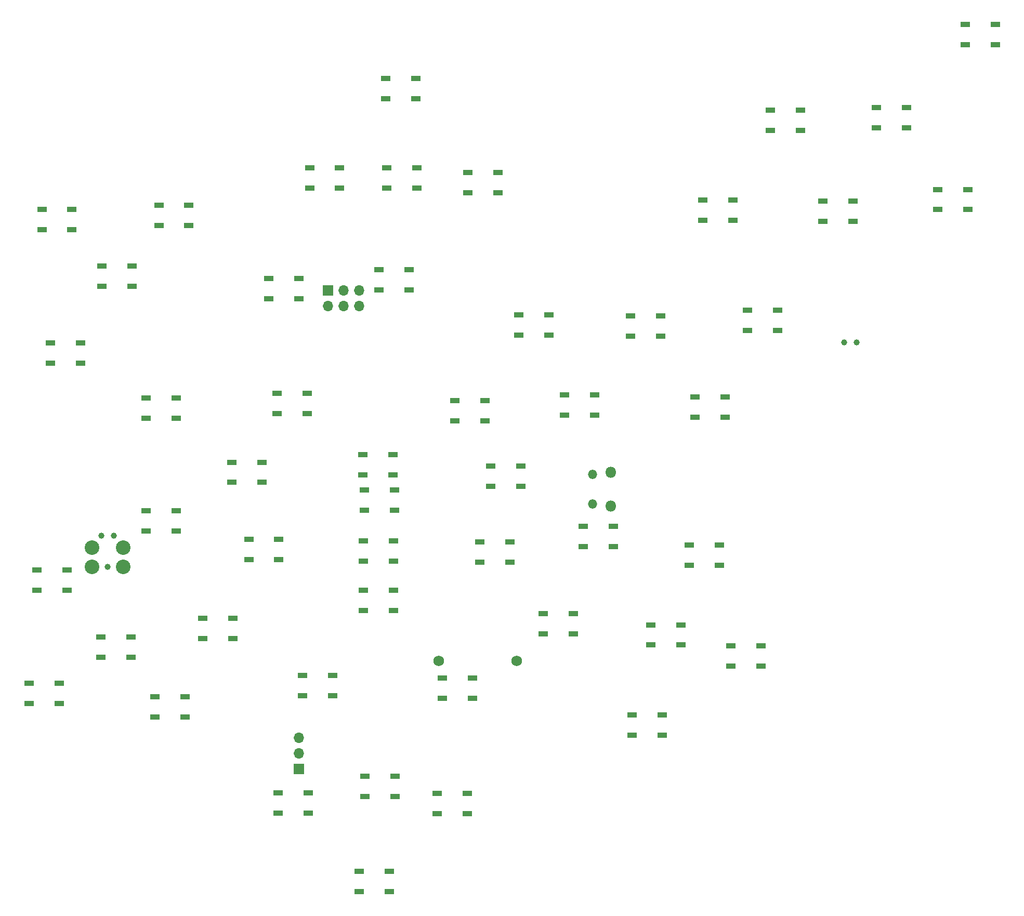
<source format=gbr>
%TF.GenerationSoftware,KiCad,Pcbnew,7.0.9*%
%TF.CreationDate,2023-12-28T12:53:37-06:00*%
%TF.ProjectId,bsidesPR,62736964-6573-4505-922e-6b696361645f,rev?*%
%TF.SameCoordinates,Original*%
%TF.FileFunction,Soldermask,Top*%
%TF.FilePolarity,Negative*%
%FSLAX46Y46*%
G04 Gerber Fmt 4.6, Leading zero omitted, Abs format (unit mm)*
G04 Created by KiCad (PCBNEW 7.0.9) date 2023-12-28 12:53:37*
%MOMM*%
%LPD*%
G01*
G04 APERTURE LIST*
%ADD10C,1.000000*%
%ADD11R,1.500000X0.900000*%
%ADD12R,1.700000X1.700000*%
%ADD13O,1.700000X1.700000*%
%ADD14O,1.800000X1.800000*%
%ADD15O,1.500000X1.500000*%
%ADD16C,2.374900*%
%ADD17C,0.990600*%
%ADD18C,1.734000*%
G04 APERTURE END LIST*
D10*
%TO.C,REF\u002A\u002A*%
X170328000Y-86975500D03*
%TD*%
%TO.C,*%
X170328000Y-86975500D03*
%TD*%
%TO.C,REF\u002A\u002A*%
X168303000Y-86975500D03*
%TD*%
D11*
%TO.C,D4*%
X47400000Y-74500000D03*
X47400000Y-77800000D03*
X52300000Y-77800000D03*
X52300000Y-74500000D03*
%TD*%
%TO.C,D5*%
X74600000Y-76600000D03*
X74600000Y-79900000D03*
X79500000Y-79900000D03*
X79500000Y-76600000D03*
%TD*%
%TO.C,D35*%
X145300000Y-63750000D03*
X145300000Y-67050000D03*
X150200000Y-67050000D03*
X150200000Y-63750000D03*
%TD*%
%TO.C,D44*%
X125820000Y-116968000D03*
X125820000Y-120268000D03*
X130720000Y-120268000D03*
X130720000Y-116968000D03*
%TD*%
%TO.C,D27*%
X90250000Y-157650000D03*
X90250000Y-160950000D03*
X95150000Y-160950000D03*
X95150000Y-157650000D03*
%TD*%
%TO.C,D33*%
X144050000Y-95850000D03*
X144050000Y-99150000D03*
X148950000Y-99150000D03*
X148950000Y-95850000D03*
%TD*%
%TO.C,D26*%
X80100000Y-141250000D03*
X80100000Y-144550000D03*
X85000000Y-144550000D03*
X85000000Y-141250000D03*
%TD*%
%TO.C,D49*%
X124200000Y-134450000D03*
X124200000Y-131150000D03*
X119300000Y-131150000D03*
X119300000Y-134450000D03*
%TD*%
%TO.C,D9*%
X71350000Y-119050000D03*
X71350000Y-122350000D03*
X76250000Y-122350000D03*
X76250000Y-119050000D03*
%TD*%
%TO.C,D2*%
X37650000Y-65350000D03*
X37650000Y-68650000D03*
X42550000Y-68650000D03*
X42550000Y-65350000D03*
%TD*%
%TO.C,D25*%
X90050000Y-127350000D03*
X90050000Y-130650000D03*
X94950000Y-130650000D03*
X94950000Y-127350000D03*
%TD*%
%TO.C,D12*%
X56050000Y-144750000D03*
X56050000Y-148050000D03*
X60950000Y-148050000D03*
X60950000Y-144750000D03*
%TD*%
%TO.C,D13*%
X47250000Y-134950000D03*
X47250000Y-138250000D03*
X52150000Y-138250000D03*
X52150000Y-134950000D03*
%TD*%
%TO.C,D32*%
X122800000Y-95550000D03*
X122800000Y-98850000D03*
X127700000Y-98850000D03*
X127700000Y-95550000D03*
%TD*%
%TO.C,D23*%
X90150000Y-111050000D03*
X90150000Y-114350000D03*
X95050000Y-114350000D03*
X95050000Y-111050000D03*
%TD*%
%TO.C,D43*%
X108950000Y-119500000D03*
X108950000Y-122800000D03*
X113850000Y-122800000D03*
X113850000Y-119500000D03*
%TD*%
%TO.C,D11*%
X35550000Y-142550000D03*
X35550000Y-145850000D03*
X40450000Y-145850000D03*
X40450000Y-142550000D03*
%TD*%
%TO.C,D31*%
X115300000Y-82500000D03*
X115300000Y-85800000D03*
X120200000Y-85800000D03*
X120200000Y-82500000D03*
%TD*%
%TO.C,D10*%
X36850000Y-124050000D03*
X36850000Y-127350000D03*
X41750000Y-127350000D03*
X41750000Y-124050000D03*
%TD*%
%TO.C,D14*%
X63850000Y-131950000D03*
X63850000Y-135250000D03*
X68750000Y-135250000D03*
X68750000Y-131950000D03*
%TD*%
%TO.C,D47*%
X136850000Y-133000000D03*
X136850000Y-136300000D03*
X141750000Y-136300000D03*
X141750000Y-133000000D03*
%TD*%
%TO.C,D40*%
X164850000Y-63950000D03*
X164850000Y-67250000D03*
X169750000Y-67250000D03*
X169750000Y-63950000D03*
%TD*%
%TO.C,D8*%
X54600000Y-114450000D03*
X54600000Y-117750000D03*
X59500000Y-117750000D03*
X59500000Y-114450000D03*
%TD*%
%TO.C,D21*%
X104950000Y-96450000D03*
X104950000Y-99750000D03*
X109850000Y-99750000D03*
X109850000Y-96450000D03*
%TD*%
%TO.C,D16*%
X93650000Y-43950000D03*
X93650000Y-47250000D03*
X98550000Y-47250000D03*
X98550000Y-43950000D03*
%TD*%
%TO.C,D17*%
X107000000Y-59300000D03*
X107000000Y-62600000D03*
X111900000Y-62600000D03*
X111900000Y-59300000D03*
%TD*%
%TO.C,D24*%
X90050000Y-119350000D03*
X90050000Y-122650000D03*
X94950000Y-122650000D03*
X94950000Y-119350000D03*
%TD*%
%TO.C,D28*%
X76150000Y-160350000D03*
X76150000Y-163650000D03*
X81050000Y-163650000D03*
X81050000Y-160350000D03*
%TD*%
%TO.C,D42*%
X110750000Y-107150000D03*
X110750000Y-110450000D03*
X115650000Y-110450000D03*
X115650000Y-107150000D03*
%TD*%
%TO.C,D1*%
X39050000Y-87050000D03*
X39050000Y-90350000D03*
X43950000Y-90350000D03*
X43950000Y-87050000D03*
%TD*%
%TO.C,D34*%
X152550000Y-81750000D03*
X152550000Y-85050000D03*
X157450000Y-85050000D03*
X157450000Y-81750000D03*
%TD*%
%TO.C,D48*%
X149850000Y-136450000D03*
X149850000Y-139750000D03*
X154750000Y-139750000D03*
X154750000Y-136450000D03*
%TD*%
%TO.C,D7*%
X68600000Y-106500000D03*
X68600000Y-109800000D03*
X73500000Y-109800000D03*
X73500000Y-106500000D03*
%TD*%
%TO.C,D50*%
X138650000Y-151000000D03*
X138650000Y-147700000D03*
X133750000Y-147700000D03*
X133750000Y-151000000D03*
%TD*%
%TO.C,D37*%
X173550000Y-48750000D03*
X173550000Y-52050000D03*
X178450000Y-52050000D03*
X178450000Y-48750000D03*
%TD*%
%TO.C,D6*%
X54650000Y-96050000D03*
X54650000Y-99350000D03*
X59550000Y-99350000D03*
X59550000Y-96050000D03*
%TD*%
%TO.C,D41*%
X133550000Y-82650000D03*
X133550000Y-85950000D03*
X138450000Y-85950000D03*
X138450000Y-82650000D03*
%TD*%
%TO.C,D18*%
X93850000Y-58550000D03*
X93850000Y-61850000D03*
X98750000Y-61850000D03*
X98750000Y-58550000D03*
%TD*%
%TO.C,D30*%
X102050000Y-160450000D03*
X102050000Y-163750000D03*
X106950000Y-163750000D03*
X106950000Y-160450000D03*
%TD*%
%TO.C,D46*%
X102850000Y-141650000D03*
X102850000Y-144950000D03*
X107750000Y-144950000D03*
X107750000Y-141650000D03*
%TD*%
%TO.C,D29*%
X89350000Y-173150000D03*
X89350000Y-176450000D03*
X94250000Y-176450000D03*
X94250000Y-173150000D03*
%TD*%
%TO.C,D15*%
X81250000Y-58550000D03*
X81250000Y-61850000D03*
X86150000Y-61850000D03*
X86150000Y-58550000D03*
%TD*%
%TO.C,D38*%
X183550000Y-62050000D03*
X183550000Y-65350000D03*
X188450000Y-65350000D03*
X188450000Y-62050000D03*
%TD*%
%TO.C,D19*%
X92550000Y-75150000D03*
X92550000Y-78450000D03*
X97450000Y-78450000D03*
X97450000Y-75150000D03*
%TD*%
%TO.C,D39*%
X188050000Y-35200000D03*
X188050000Y-38500000D03*
X192950000Y-38500000D03*
X192950000Y-35200000D03*
%TD*%
%TO.C,D45*%
X143100000Y-120000000D03*
X143100000Y-123300000D03*
X148000000Y-123300000D03*
X148000000Y-120000000D03*
%TD*%
%TO.C,D22*%
X89950000Y-105250000D03*
X89950000Y-108550000D03*
X94850000Y-108550000D03*
X94850000Y-105250000D03*
%TD*%
%TO.C,D20*%
X75950000Y-95250000D03*
X75950000Y-98550000D03*
X80850000Y-98550000D03*
X80850000Y-95250000D03*
%TD*%
%TO.C,D36*%
X156300000Y-49100000D03*
X156300000Y-52400000D03*
X161200000Y-52400000D03*
X161200000Y-49100000D03*
%TD*%
%TO.C,D3*%
X56700000Y-64600000D03*
X56700000Y-67900000D03*
X61600000Y-67900000D03*
X61600000Y-64600000D03*
%TD*%
D12*
%TO.C,J3*%
X79500000Y-156500000D03*
D13*
X79500000Y-153960000D03*
X79500000Y-151420000D03*
%TD*%
D14*
%TO.C,U1*%
X130345000Y-108175000D03*
D15*
X127315000Y-108475000D03*
X127315000Y-113325000D03*
D14*
X130345000Y-113625000D03*
%TD*%
D16*
%TO.C,J2*%
X45844000Y-123580000D03*
D17*
X48384000Y-123580000D03*
D16*
X50924000Y-123580000D03*
X45844000Y-120405000D03*
X50924000Y-120405000D03*
D17*
X47368000Y-118500000D03*
X49400000Y-118500000D03*
%TD*%
D18*
%TO.C,BT2*%
X102250000Y-138905000D03*
X114950000Y-138905000D03*
%TD*%
D12*
%TO.C,J1*%
X84268000Y-78486000D03*
D13*
X84268000Y-81026000D03*
X86808000Y-78486000D03*
X86808000Y-81026000D03*
X89348000Y-78486000D03*
X89348000Y-81026000D03*
%TD*%
M02*

</source>
